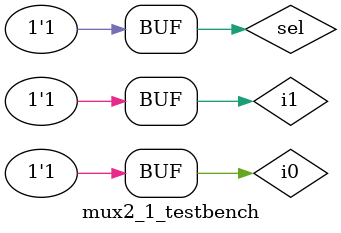
<source format=sv>
`timescale 1ns/10ps
module mux2_1(out, i0, i1, sel);
	output logic out;
	input logic i0, i1, sel;
 
	logic [2:0] inBetween;

	//assign out = (i1 & sel) | (i0 & ~sel);
	not flipSel (inBetween[0], sel);
	and input0 (inBetween[1], i0, inBetween[0]);
	and input1 (inBetween[2], i1, sel);
	or theOutput (out, inBetween[1], inBetween[2]);
endmodule

module mux2_1_testbench();
	logic i0, i1, sel;
	logic out;

	mux2_1 dut (.out, .i0, .i1, .sel);

	 initial begin
		 sel=0; i0=0; i1=0; #100;
		 sel=0; i0=0; i1=1; #100;
		 sel=0; i0=1; i1=0; #100;
		 sel=0; i0=1; i1=1; #100;
		 sel=1; i0=0; i1=0; #100;
		 sel=1; i0=0; i1=1; #100;
		 sel=1; i0=1; i1=0; #100;
		 sel=1; i0=1; i1=1; #100;
	 end
endmodule 

</source>
